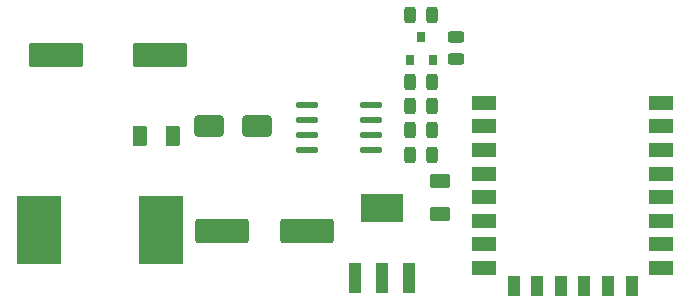
<source format=gbr>
%TF.GenerationSoftware,KiCad,Pcbnew,7.0.10*%
%TF.CreationDate,2025-01-28T16:46:30+01:00*%
%TF.ProjectId,LED_Wled,4c45445f-576c-4656-942e-6b696361645f,rev?*%
%TF.SameCoordinates,Original*%
%TF.FileFunction,Paste,Top*%
%TF.FilePolarity,Positive*%
%FSLAX46Y46*%
G04 Gerber Fmt 4.6, Leading zero omitted, Abs format (unit mm)*
G04 Created by KiCad (PCBNEW 7.0.10) date 2025-01-28 16:46:30*
%MOMM*%
%LPD*%
G01*
G04 APERTURE LIST*
G04 Aperture macros list*
%AMRoundRect*
0 Rectangle with rounded corners*
0 $1 Rounding radius*
0 $2 $3 $4 $5 $6 $7 $8 $9 X,Y pos of 4 corners*
0 Add a 4 corners polygon primitive as box body*
4,1,4,$2,$3,$4,$5,$6,$7,$8,$9,$2,$3,0*
0 Add four circle primitives for the rounded corners*
1,1,$1+$1,$2,$3*
1,1,$1+$1,$4,$5*
1,1,$1+$1,$6,$7*
1,1,$1+$1,$8,$9*
0 Add four rect primitives between the rounded corners*
20,1,$1+$1,$2,$3,$4,$5,0*
20,1,$1+$1,$4,$5,$6,$7,0*
20,1,$1+$1,$6,$7,$8,$9,0*
20,1,$1+$1,$8,$9,$2,$3,0*%
G04 Aperture macros list end*
%ADD10RoundRect,0.250000X-1.000000X-0.650000X1.000000X-0.650000X1.000000X0.650000X-1.000000X0.650000X0*%
%ADD11R,3.824003X5.820015*%
%ADD12R,0.800000X0.900000*%
%ADD13RoundRect,0.243750X-0.243750X-0.456250X0.243750X-0.456250X0.243750X0.456250X-0.243750X0.456250X0*%
%ADD14RoundRect,0.243750X0.456250X-0.243750X0.456250X0.243750X-0.456250X0.243750X-0.456250X-0.243750X0*%
%ADD15O,1.950216X0.568402*%
%ADD16RoundRect,0.243750X0.243750X0.456250X-0.243750X0.456250X-0.243750X-0.456250X0.243750X-0.456250X0*%
%ADD17R,1.100000X2.500000*%
%ADD18R,3.600000X2.340005*%
%ADD19RoundRect,0.250000X0.625000X-0.375000X0.625000X0.375000X-0.625000X0.375000X-0.625000X-0.375000X0*%
%ADD20RoundRect,0.250001X2.049999X0.799999X-2.049999X0.799999X-2.049999X-0.799999X2.049999X-0.799999X0*%
%ADD21RoundRect,0.250000X-0.375000X-0.625000X0.375000X-0.625000X0.375000X0.625000X-0.375000X0.625000X0*%
%ADD22R,2.000000X1.200000*%
%ADD23R,1.100000X1.700000*%
%ADD24RoundRect,0.250001X1.999999X0.799999X-1.999999X0.799999X-1.999999X-0.799999X1.999999X-0.799999X0*%
G04 APERTURE END LIST*
D10*
%TO.C,D1*%
X92750000Y-57500000D03*
X96750000Y-57500000D03*
%TD*%
D11*
%TO.C,L1*%
X78321946Y-66300000D03*
X88678054Y-66300000D03*
%TD*%
D12*
%TO.C,Q1*%
X109750000Y-51900000D03*
X111650000Y-51900000D03*
X110700000Y-49900000D03*
%TD*%
D13*
%TO.C,R1*%
X109762500Y-55800000D03*
X111637500Y-55800000D03*
%TD*%
D14*
%TO.C,R4*%
X113600000Y-51837500D03*
X113600000Y-49962500D03*
%TD*%
D13*
%TO.C,R5*%
X109725000Y-48100000D03*
X111600000Y-48100000D03*
%TD*%
D15*
%TO.C,U2*%
X106455105Y-59505004D03*
X106455105Y-58235001D03*
X106455105Y-56964999D03*
X106455105Y-55694996D03*
X101044895Y-55694996D03*
X101044895Y-56964999D03*
X101044895Y-58235001D03*
X101044895Y-59505004D03*
%TD*%
D16*
%TO.C,R2*%
X111637500Y-53750000D03*
X109762500Y-53750000D03*
%TD*%
D17*
%TO.C,U3*%
X105050025Y-70319952D03*
X107350000Y-70319952D03*
X109649975Y-70319952D03*
D18*
X107350000Y-64380023D03*
%TD*%
D19*
%TO.C,C5*%
X112300000Y-64900000D03*
X112300000Y-62100000D03*
%TD*%
D13*
%TO.C,C4*%
X109725000Y-59900000D03*
X111600000Y-59900000D03*
%TD*%
D20*
%TO.C,C2*%
X88600000Y-51500000D03*
X79800000Y-51500000D03*
%TD*%
D16*
%TO.C,R3*%
X111637500Y-57850000D03*
X109762500Y-57850000D03*
%TD*%
D21*
%TO.C,C3*%
X86850000Y-58300000D03*
X89650000Y-58300000D03*
%TD*%
D22*
%TO.C,U1*%
X116000000Y-55500000D03*
X116000000Y-57500000D03*
X116000000Y-59500000D03*
X116000000Y-61500000D03*
X116000000Y-63500000D03*
X116000000Y-65500000D03*
X116000000Y-67500000D03*
X116000000Y-69500000D03*
D23*
X118500000Y-71000000D03*
X120500000Y-71000000D03*
X122500000Y-71000000D03*
X124500000Y-71000000D03*
X126500000Y-71000000D03*
X128500000Y-71000000D03*
D22*
X131000000Y-69500000D03*
X131000000Y-67500000D03*
X131000000Y-65500000D03*
X131000000Y-63500000D03*
X131000000Y-61500000D03*
X131000000Y-59500000D03*
X131000000Y-57500000D03*
X131000000Y-55500000D03*
%TD*%
D24*
%TO.C,C1*%
X101000000Y-66375000D03*
X93800000Y-66375000D03*
%TD*%
M02*

</source>
